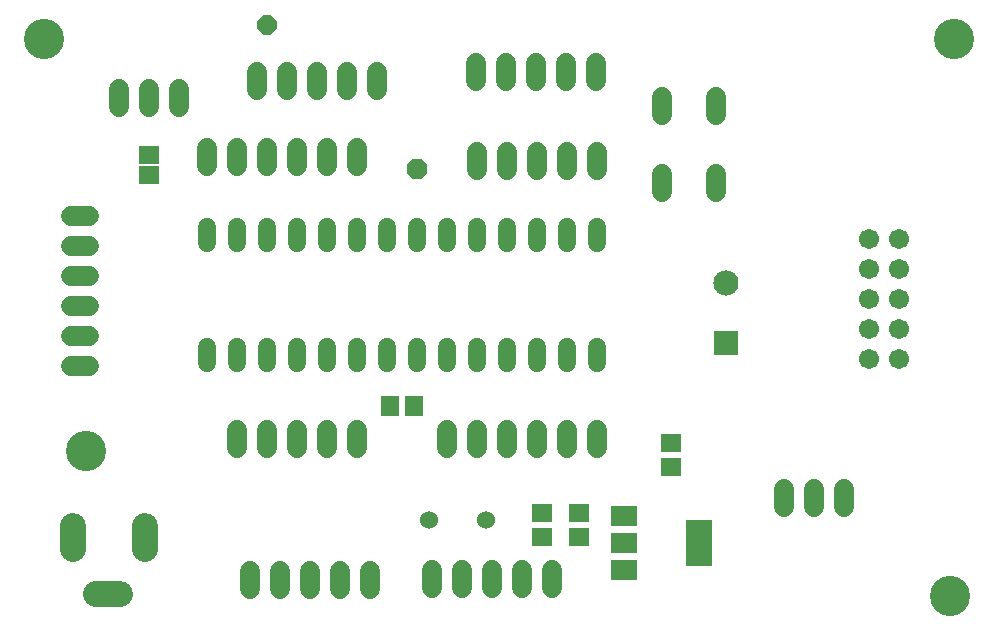
<source format=gts>
G75*
%MOIN*%
%OFA0B0*%
%FSLAX24Y24*%
%IPPOS*%
%LPD*%
%AMOC8*
5,1,8,0,0,1.08239X$1,22.5*
%
%ADD10C,0.1340*%
%ADD11C,0.0600*%
%ADD12C,0.0840*%
%ADD13R,0.0840X0.0840*%
%ADD14R,0.0592X0.0710*%
%ADD15R,0.0710X0.0592*%
%ADD16R,0.0671X0.0592*%
%ADD17C,0.0680*%
%ADD18C,0.0674*%
%ADD19C,0.0867*%
%ADD20OC8,0.0680*%
%ADD21R,0.0870X0.0670*%
%ADD22R,0.0870X0.1580*%
%ADD23C,0.0600*%
%ADD24OC8,0.0640*%
D10*
X003560Y006060D03*
X002160Y019800D03*
X032510Y019800D03*
X032350Y001230D03*
D11*
X020600Y008990D02*
X020600Y009510D01*
X019600Y009510D02*
X019600Y008990D01*
X018600Y008990D02*
X018600Y009510D01*
X017600Y009510D02*
X017600Y008990D01*
X016600Y008990D02*
X016600Y009510D01*
X015600Y009510D02*
X015600Y008990D01*
X014600Y008990D02*
X014600Y009510D01*
X013600Y009510D02*
X013600Y008990D01*
X012600Y008990D02*
X012600Y009510D01*
X011600Y009510D02*
X011600Y008990D01*
X010600Y008990D02*
X010600Y009510D01*
X009600Y009510D02*
X009600Y008990D01*
X008600Y008990D02*
X008600Y009510D01*
X007600Y009510D02*
X007600Y008990D01*
X007600Y012990D02*
X007600Y013510D01*
X008600Y013510D02*
X008600Y012990D01*
X009600Y012990D02*
X009600Y013510D01*
X010600Y013510D02*
X010600Y012990D01*
X011600Y012990D02*
X011600Y013510D01*
X012600Y013510D02*
X012600Y012990D01*
X013600Y012990D02*
X013600Y013510D01*
X014600Y013510D02*
X014600Y012990D01*
X015600Y012990D02*
X015600Y013510D01*
X016600Y013510D02*
X016600Y012990D01*
X017600Y012990D02*
X017600Y013510D01*
X018600Y013510D02*
X018600Y012990D01*
X019600Y012990D02*
X019600Y013510D01*
X020600Y013510D02*
X020600Y012990D01*
D12*
X024910Y011670D03*
D13*
X024910Y009670D03*
D14*
X014494Y007550D03*
X013706Y007550D03*
D15*
X018780Y003984D03*
X018780Y003196D03*
X019990Y003206D03*
X019990Y003994D03*
X023070Y005526D03*
X023070Y006314D03*
D16*
X005650Y015245D03*
X005650Y015915D03*
D17*
X007600Y016160D02*
X007600Y015560D01*
X008600Y015560D02*
X008600Y016160D01*
X009600Y016160D02*
X009600Y015560D01*
X010600Y015560D02*
X010600Y016160D01*
X011600Y016160D02*
X011600Y015560D01*
X012600Y015560D02*
X012600Y016160D01*
X012270Y018100D02*
X012270Y018700D01*
X011270Y018700D02*
X011270Y018100D01*
X010270Y018100D02*
X010270Y018700D01*
X009270Y018700D02*
X009270Y018100D01*
X006680Y018140D02*
X006680Y017540D01*
X005680Y017540D02*
X005680Y018140D01*
X004680Y018140D02*
X004680Y017540D01*
X003670Y013900D02*
X003070Y013900D01*
X003070Y012900D02*
X003670Y012900D01*
X003670Y011900D02*
X003070Y011900D01*
X003070Y010900D02*
X003670Y010900D01*
X003670Y009900D02*
X003070Y009900D01*
X003070Y008900D02*
X003670Y008900D01*
X008600Y006770D02*
X008600Y006170D01*
X009600Y006170D02*
X009600Y006770D01*
X010600Y006770D02*
X010600Y006170D01*
X011600Y006170D02*
X011600Y006770D01*
X012600Y006770D02*
X012600Y006170D01*
X015600Y006170D02*
X015600Y006770D01*
X016600Y006770D02*
X016600Y006170D01*
X017600Y006170D02*
X017600Y006770D01*
X018600Y006770D02*
X018600Y006170D01*
X019600Y006170D02*
X019600Y006770D01*
X020600Y006770D02*
X020600Y006170D01*
X026830Y004790D02*
X026830Y004190D01*
X027830Y004190D02*
X027830Y004790D01*
X028830Y004790D02*
X028830Y004190D01*
X019090Y002090D02*
X019090Y001490D01*
X018090Y001490D02*
X018090Y002090D01*
X017090Y002090D02*
X017090Y001490D01*
X016090Y001490D02*
X016090Y002090D01*
X015090Y002090D02*
X015090Y001490D01*
X013020Y001460D02*
X013020Y002060D01*
X012020Y002060D02*
X012020Y001460D01*
X011020Y001460D02*
X011020Y002060D01*
X010020Y002060D02*
X010020Y001460D01*
X009020Y001460D02*
X009020Y002060D01*
X022780Y014690D02*
X022780Y015290D01*
X024560Y015290D02*
X024560Y014690D01*
X020600Y015420D02*
X020600Y016020D01*
X019600Y016020D02*
X019600Y015420D01*
X018600Y015420D02*
X018600Y016020D01*
X017600Y016020D02*
X017600Y015420D01*
X016600Y015420D02*
X016600Y016020D01*
X013270Y018100D02*
X013270Y018700D01*
X016560Y018990D02*
X016560Y018390D01*
X017560Y018390D02*
X017560Y018990D01*
X018560Y018990D02*
X018560Y018390D01*
X019560Y018390D02*
X019560Y018990D01*
X020560Y018990D02*
X020560Y018390D01*
X022780Y017850D02*
X022780Y017250D01*
X024560Y017250D02*
X024560Y017850D01*
D18*
X029670Y013130D03*
X030670Y013130D03*
X030670Y012130D03*
X029670Y012130D03*
X029670Y011130D03*
X030670Y011130D03*
X030670Y010130D03*
X029670Y010130D03*
X029670Y009130D03*
X030670Y009130D03*
D19*
X004694Y001290D02*
X003906Y001290D01*
X003119Y002786D02*
X003119Y003574D01*
X005520Y003574D02*
X005520Y002786D01*
D20*
X014600Y015450D03*
D21*
X021510Y003880D03*
X021510Y002980D03*
X021510Y002080D03*
D22*
X023990Y002990D03*
D23*
X016890Y003750D03*
X014990Y003750D03*
D24*
X009600Y020250D03*
M02*

</source>
